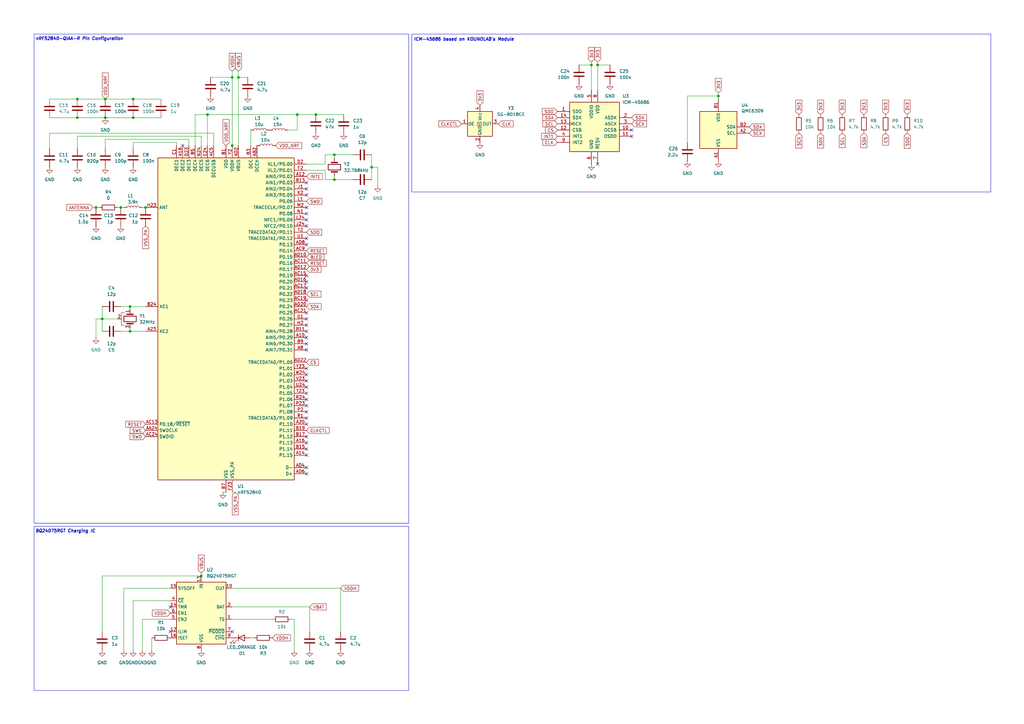
<source format=kicad_sch>
(kicad_sch (version 20250114) (generator "eeschema") (generator_version "9.0")
  (paper "A3")
  (lib_symbols
    (symbol "Battery_Management:BQ24075RGT"
      (property "Reference" "U" (at -8.89 13.97 0))
      (property "Value" "BQ24075RGT" (at 16.51 13.97 0))
      (symbol "BQ24075RGT_0_1"
        (rectangle (start -10.16 12.7) (end 10.16 -12.7) (stroke (width 0.254)) (fill (type background)))
      )
      (symbol "BQ24075RGT_1_1"
        (pin input line (at -12.7 10.16 0) (length 2.54) (name "SYSOFF") (number "15"))
        (pin input line (at -12.7 5.08 0) (length 2.54) (name "~{CE}") (number "4"))
        (pin input line (at -12.7 2.54 0) (length 2.54) (name "TMR") (number "14"))
        (pin input line (at -12.7 0 0) (length 2.54) (name "EN1") (number "6"))
        (pin input line (at -12.7 -2.54 0) (length 2.54) (name "EN2") (number "5"))
        (pin passive line (at -12.7 -7.62 0) (length 2.54) (name "ILIM") (number "12"))
        (pin passive line (at -12.7 -10.16 0) (length 2.54) (name "ISET") (number "16"))
        (pin power_in line (at 0 15.24 270) (length 2.54) (name "IN") (number "13"))
        (pin passive line (at 0 -15.24 90) (length 2.54) (hide yes) (name "VSS") (number "17"))
        (pin power_in line (at 0 -15.24 90) (length 2.54) (name "VSS") (number "8"))
        (pin power_out line (at 12.7 10.16 180) (length 2.54) (name "OUT") (number "10"))
        (pin passive line (at 12.7 10.16 180) (length 2.54) (hide yes) (name "OUT") (number "11"))
        (pin power_out line (at 12.7 2.54 180) (length 2.54) (name "BAT") (number "2"))
        (pin passive line (at 12.7 2.54 180) (length 2.54) (hide yes) (name "BAT") (number "3"))
        (pin passive line (at 12.7 -2.54 180) (length 2.54) (name "TS") (number "1"))
        (pin open_collector line (at 12.7 -7.62 180) (length 2.54) (name "~{PGOOD}") (number "7"))
        (pin open_collector line (at 12.7 -10.16 180) (length 2.54) (name "~{CHG}") (number "9"))
      )
    )
    (symbol "Device:C" (pin_numbers (hide yes)) (pin_names (offset 0.254))
      (property "Reference" "C" (at 0.635 2.54 0))
      (property "Value" "C" (at 0.635 -2.54 0))
      (symbol "C_0_1"
        (polyline (pts (xy -2.032 0.762) (xy 2.032 0.762)) (stroke (width 0.508)))
        (polyline (pts (xy -2.032 -0.762) (xy 2.032 -0.762)) (stroke (width 0.508)))
      )
      (symbol "C_1_1"
        (pin passive line (at 0 3.81 270) (length 2.794) (name "~") (number "1"))
        (pin passive line (at 0 -3.81 90) (length 2.794) (name "~") (number "2"))
      )
    )
    (symbol "Device:Crystal" (pin_numbers (hide yes)) (pin_names (offset 1.016) (hide yes))
      (property "Reference" "Y" (at 0 3.81 0))
      (property "Value" "Crystal" (at 0 -3.81 0))
      (symbol "Crystal_0_1"
        (polyline (pts (xy -2.54 0) (xy -1.905 0)))
        (polyline (pts (xy -1.905 -1.27) (xy -1.905 1.27)) (stroke (width 0.508)))
        (rectangle (start -1.143 2.54) (end 1.143 -2.54) (stroke (width 0.3048)))
        (polyline (pts (xy 1.905 -1.27) (xy 1.905 1.27)) (stroke (width 0.508)))
        (polyline (pts (xy 2.54 0) (xy 1.905 0)))
      )
      (symbol "Crystal_1_1"
        (pin passive line (at -3.81 0 0) (length 1.27) (name "1") (number "1"))
        (pin passive line (at 3.81 0 180) (length 1.27) (name "2") (number "2"))
      )
    )
    (symbol "Device:Crystal_GND2" (pin_names (offset 1.016) (hide yes))
      (property "Reference" "Y" (at 0 5.715 0))
      (property "Value" "Crystal_GND2" (at 0 3.81 0))
      (symbol "Crystal_GND2_0_1"
        (polyline (pts (xy -2.54 0) (xy -1.905 0)))
        (polyline (pts (xy -2.54 -2.286) (xy -2.54 -3.556) (xy 2.54 -3.556) (xy 2.54 -2.286)))
        (polyline (pts (xy -1.905 -1.27) (xy -1.905 1.27)) (stroke (width 0.508)))
        (rectangle (start -1.143 2.54) (end 1.143 -2.54) (stroke (width 0.3048)))
        (polyline (pts (xy 0 -3.81) (xy 0 -3.556)))
        (polyline (pts (xy 1.905 1.27) (xy 1.905 -1.27)) (stroke (width 0.508)))
        (polyline (pts (xy 1.905 0) (xy 2.54 0)))
      )
      (symbol "Crystal_GND2_1_1"
        (pin passive line (at -3.81 0 0) (length 1.27) (name "1") (number "1"))
        (pin passive line (at 0 -5.08 90) (length 1.27) (name "2") (number "2"))
        (pin passive line (at 3.81 0 180) (length 1.27) (name "3") (number "3"))
      )
    )
    (symbol "Device:L" (pin_numbers (hide yes)) (pin_names (offset 1.016) (hide yes))
      (property "Reference" "L" (at -1.27 0 90))
      (property "Value" "L" (at 1.905 0 90))
      (symbol "L_0_1"
        (arc (start 0 2.54) (mid 0.6323 1.905) (end 0 1.27))
        (arc (start 0 1.27) (mid 0.6323 0.635) (end 0 0))
        (arc (start 0 0) (mid 0.6323 -0.635) (end 0 -1.27))
        (arc (start 0 -1.27) (mid 0.6323 -1.905) (end 0 -2.54))
      )
      (symbol "L_1_1"
        (pin passive line (at 0 3.81 270) (length 1.27) (name "1") (number "1"))
        (pin passive line (at 0 -3.81 90) (length 1.27) (name "2") (number "2"))
      )
    )
    (symbol "Device:LED" (pin_numbers (hide yes)) (pin_names (offset 1.016) (hide yes))
      (property "Reference" "D" (at 0 2.54 0))
      (property "Value" "LED" (at 0 -2.54 0))
      (symbol "LED_0_1"
        (polyline (pts (xy -3.048 -0.762) (xy -4.572 -2.286) (xy -3.81 -2.286) (xy -4.572 -2.286) (xy -4.572 -1.524)))
        (polyline (pts (xy -1.778 -0.762) (xy -3.302 -2.286) (xy -2.54 -2.286) (xy -3.302 -2.286) (xy -3.302 -1.524)))
        (polyline (pts (xy -1.27 0) (xy 1.27 0)))
        (polyline (pts (xy -1.27 -1.27) (xy -1.27 1.27)) (stroke (width 0.254)))
        (polyline (pts (xy 1.27 -1.27) (xy 1.27 1.27) (xy -1.27 0) (xy 1.27 -1.27)) (stroke (width 0.254)))
      )
      (symbol "LED_1_1"
        (pin passive line (at -3.81 0 0) (length 2.54) (name "K") (number "1"))
        (pin passive line (at 3.81 0 180) (length 2.54) (name "A") (number "2"))
      )
    )
    (symbol "Device:R" (pin_numbers (hide yes)) (pin_names (offset 0))
      (property "Reference" "R" (at 2.032 0 90))
      (property "Value" "R" (at 0 0 90))
      (symbol "R_0_1"
        (rectangle (start -1.016 -2.54) (end 1.016 2.54) (stroke (width 0.254)))
      )
      (symbol "R_1_1"
        (pin passive line (at 0 3.81 270) (length 1.27) (name "~") (number "1"))
        (pin passive line (at 0 -3.81 90) (length 1.27) (name "~") (number "2"))
      )
    )
    (symbol "ICM-45686:ICM-45686" (pin_names (offset 1.016))
      (property "Reference" "U" (at 11.176 12.192 0))
      (property "Value" "ICM-45686" (at 11.176 10.668 0))
      (symbol "ICM-45686_0_0"
        (rectangle (start -10.16 10.16) (end 10.16 -10.16) (stroke (width 0.254)) (fill (type background)))
        (pin power_in line (at -1.27 15.24 270) (length 5.08) (name "VDDIO") (number "5"))
        (pin power_in line (at -1.27 -15.24 90) (length 5.08) (name "GND") (number "6"))
        (pin power_in line (at 1.27 15.24 270) (length 5.08) (name "VDD") (number "8"))
        (pin passive line (at 1.27 -15.24 90) (length 5.08) (name "RESV") (number "7"))
      )
      (symbol "ICM-45686_1_0"
        (pin bidirectional line (at -15.24 6.35 0) (length 5.08) (name "SDO") (number "1"))
        (pin bidirectional line (at -15.24 3.81 0) (length 5.08) (name "SDX") (number "14"))
        (pin input clock (at -15.24 1.27 0) (length 5.08) (name "SCX") (number "13"))
        (pin input line (at -15.24 -1.27 0) (length 5.08) (name "CSB") (number "12"))
        (pin output line (at -15.24 -3.81 0) (length 5.08) (name "INT1") (number "4"))
        (pin bidirectional line (at -15.24 -6.35 0) (length 5.08) (name "INT2") (number "9"))
        (pin bidirectional line (at 15.24 3.81 180) (length 5.08) (name "ASDX") (number "2"))
        (pin bidirectional line (at 15.24 1.27 180) (length 5.08) (name "ASCX") (number "3"))
        (pin input line (at 15.24 -1.27 180) (length 5.08) (name "OCSB") (number "10"))
        (pin output line (at 15.24 -3.81 180) (length 5.08) (name "OSDO") (number "11"))
      )
    )
    (symbol "MCU_Nordic:nRF52840"
      (property "Reference" "U" (at 0 5.08 0))
      (property "Value" "nRF52840" (at 0 2.54 0))
      (symbol "nRF52840_0_1"
        (rectangle (start -27.94 66.04) (end 27.94 -66.04) (stroke (width 0.254)) (fill (type background)))
      )
      (symbol "nRF52840_1_1"
        (pin passive line (at -33.02 45.72 0) (length 5.08) (name "ANT") (number "H23"))
        (pin input line (at -33.02 5.08 0) (length 5.08) (name "XC1") (number "B24"))
        (pin input line (at -33.02 -5.08 0) (length 5.08) (name "XC2") (number "A23"))
        (pin bidirectional line (at -33.02 -43.18 0) (length 5.08) (name "P0.18/~{RESET}") (number "AC13"))
        (pin input line (at -33.02 -45.72 0) (length 5.08) (name "SWDCLK") (number "AA24"))
        (pin bidirectional line (at -33.02 -48.26 0) (length 5.08) (name "SWDIO") (number "AC24"))
        (pin passive line (at -20.32 71.12 270) (length 5.08) (name "DEC1") (number "C1"))
        (pin passive line (at -17.78 71.12 270) (length 5.08) (name "DEC2") (number "A18"))
        (pin passive line (at -15.24 71.12 270) (length 5.08) (name "DEC3") (number "D23"))
        (pin passive line (at -12.7 71.12 270) (length 5.08) (name "DEC4") (number "B5"))
        (pin passive line (at -10.16 71.12 270) (length 5.08) (name "DEC5") (number "N24"))
        (pin passive line (at -7.62 71.12 270) (length 5.08) (name "DEC6") (number "E24"))
        (pin passive line (at -5.08 71.12 270) (length 5.08) (name "DECUSB") (number "AC5"))
        (pin passive line (at 0 71.12 270) (length 5.08) (hide yes) (name "VDD") (number "A22"))
        (pin passive line (at 0 71.12 270) (length 5.08) (hide yes) (name "VDD") (number "AD14"))
        (pin passive line (at 0 71.12 270) (length 5.08) (hide yes) (name "VDD") (number "AD23"))
        (pin power_in line (at 0 71.12 270) (length 5.08) (name "VDD") (number "B1"))
        (pin passive line (at 0 71.12 270) (length 5.08) (hide yes) (name "VDD") (number "W1"))
        (pin power_in line (at 0 -71.12 90) (length 5.08) (name "VSS") (number "B7"))
        (pin passive line (at 0 -71.12 90) (length 5.08) (hide yes) (name "VSS") (number "EP"))
        (pin power_in line (at 2.54 71.12 270) (length 5.08) (name "VDDH") (number "Y2"))
        (pin power_in line (at 2.54 -71.12 90) (length 5.08) (name "VSS_PA") (number "F23"))
        (pin power_in line (at 5.08 71.12 270) (length 5.08) (name "VBUS") (number "AD2"))
        (pin power_out line (at 10.16 71.12 270) (length 5.08) (name "DCC") (number "B3"))
        (pin power_out line (at 12.7 71.12 270) (length 5.08) (name "DCCH") (number "AB2"))
        (pin bidirectional line (at 33.02 63.5 180) (length 5.08) (name "XL1/P0.00") (number "D2"))
        (pin bidirectional line (at 33.02 60.96 180) (length 5.08) (name "XL2/P0.01") (number "F2"))
        (pin bidirectional line (at 33.02 58.42 180) (length 5.08) (name "AIN0/P0.02") (number "A12"))
        (pin bidirectional line (at 33.02 55.88 180) (length 5.08) (name "AIN1/P0.03") (number "B13"))
        (pin bidirectional line (at 33.02 53.34 180) (length 5.08) (name "AIN2/P0.04") (number "J1"))
        (pin bidirectional line (at 33.02 50.8 180) (length 5.08) (name "AIN3/P0.05") (number "K2"))
        (pin bidirectional line (at 33.02 48.26 180) (length 5.08) (name "P0.06") (number "L1"))
        (pin bidirectional line (at 33.02 45.72 180) (length 5.08) (name "TRACECLK/P0.07") (number "M2"))
        (pin bidirectional line (at 33.02 43.18 180) (length 5.08) (name "P0.08") (number "N1"))
        (pin bidirectional line (at 33.02 40.64 180) (length 5.08) (name "NFC1/P0.09") (number "L24"))
        (pin bidirectional line (at 33.02 38.1 180) (length 5.08) (name "NFC2/P0.10") (number "J24"))
        (pin bidirectional line (at 33.02 35.56 180) (length 5.08) (name "TRACEDATA2/P0.11") (number "T2"))
        (pin bidirectional line (at 33.02 33.02 180) (length 5.08) (name "TRACEDATA1/P0.12") (number "U1"))
        (pin bidirectional line (at 33.02 30.48 180) (length 5.08) (name "P0.13") (number "AD8"))
        (pin bidirectional line (at 33.02 27.94 180) (length 5.08) (name "P0.14") (number "AC9"))
        (pin bidirectional line (at 33.02 25.4 180) (length 5.08) (name "P0.15") (number "AD10"))
        (pin bidirectional line (at 33.02 22.86 180) (length 5.08) (name "P0.16") (number "AC11"))
        (pin bidirectional line (at 33.02 20.32 180) (length 5.08) (name "P0.17") (number "AD12"))
        (pin bidirectional line (at 33.02 17.78 180) (length 5.08) (name "P0.19") (number "AC15"))
        (pin bidirectional line (at 33.02 15.24 180) (length 5.08) (name "P0.20") (number "AD16"))
        (pin bidirectional line (at 33.02 12.7 180) (length 5.08) (name "P0.21") (number "AC17"))
        (pin bidirectional line (at 33.02 10.16 180) (length 5.08) (name "P0.22") (number "AD18"))
        (pin bidirectional line (at 33.02 7.62 180) (length 5.08) (name "P0.23") (number "AC19"))
        (pin bidirectional line (at 33.02 5.08 180) (length 5.08) (name "P0.24") (number "AD20"))
        (pin bidirectional line (at 33.02 2.54 180) (length 5.08) (name "P0.25") (number "AC21"))
        (pin bidirectional line (at 33.02 0 180) (length 5.08) (name "P0.26") (number "G1"))
        (pin bidirectional line (at 33.02 -2.54 180) (length 5.08) (name "P0.27") (number "H2"))
        (pin bidirectional line (at 33.02 -5.08 180) (length 5.08) (name "AIN4/P0.28") (number "B11"))
        (pin bidirectional line (at 33.02 -7.62 180) (length 5.08) (name "AIN5/P0.29") (number "A10"))
        (pin bidirectional line (at 33.02 -10.16 180) (length 5.08) (name "AIN6/P0.30") (number "B9"))
        (pin bidirectional line (at 33.02 -12.7 180) (length 5.08) (name "AIN7/P0.31") (number "A8"))
        (pin bidirectional line (at 33.02 -17.78 180) (length 5.08) (name "TRACEDATA0/P1.00") (number "AD22"))
        (pin bidirectional line (at 33.02 -20.32 180) (length 5.08) (name "P1.01") (number "Y23"))
        (pin bidirectional line (at 33.02 -22.86 180) (length 5.08) (name "P1.02") (number "W24"))
        (pin bidirectional line (at 33.02 -25.4 180) (length 5.08) (name "P1.03") (number "V23"))
        (pin bidirectional line (at 33.02 -27.94 180) (length 5.08) (name "P1.04") (number "U24"))
        (pin bidirectional line (at 33.02 -30.48 180) (length 5.08) (name "P1.05") (number "T23"))
        (pin bidirectional line (at 33.02 -33.02 180) (length 5.08) (name "P1.06") (number "R24"))
        (pin bidirectional line (at 33.02 -35.56 180) (length 5.08) (name "P1.07") (number "P23"))
        (pin bidirectional line (at 33.02 -38.1 180) (length 5.08) (name "P1.08") (number "P2"))
        (pin bidirectional line (at 33.02 -40.64 180) (length 5.08) (name "TRACEDATA3/P1.09") (number "R1"))
        (pin bidirectional line (at 33.02 -43.18 180) (length 5.08) (name "P1.10") (number "A20"))
        (pin bidirectional line (at 33.02 -45.72 180) (length 5.08) (name "P1.11") (number "B19"))
        (pin bidirectional line (at 33.02 -48.26 180) (length 5.08) (name "P1.12") (number "B17"))
        (pin bidirectional line (at 33.02 -50.8 180) (length 5.08) (name "P1.13") (number "A16"))
        (pin bidirectional line (at 33.02 -53.34 180) (length 5.08) (name "P1.14") (number "B15"))
        (pin bidirectional line (at 33.02 -55.88 180) (length 5.08) (name "P1.15") (number "A14"))
        (pin bidirectional line (at 33.02 -60.96 180) (length 5.08) (name "D-") (number "AD4"))
        (pin bidirectional line (at 33.02 -63.5 180) (length 5.08) (name "D+") (number "AD6"))
      )
    )
    (symbol "Oscillator:SG-8002CE" (pin_names (offset 0.254))
      (property "Reference" "Y" (at -5.08 6.35 0))
      (property "Value" "SG-8002CE" (at 1.27 -6.35 0))
      (symbol "SG-8002CE_0_1"
        (rectangle (start -5.08 5.08) (end 5.08 -5.08) (stroke (width 0.254)) (fill (type background)))
        (polyline (pts (xy -1.27 -0.762) (xy -1.016 -0.762) (xy -1.016 0.762) (xy -0.508 0.762) (xy -0.508 -0.762) (xy 0 -0.762) (xy 0 0.762) (xy 0.508 0.762) (xy 0.508 -0.762) (xy 0.762 -0.762)))
      )
      (symbol "SG-8002CE_1_1"
        (pin input line (at -7.62 0 0) (length 2.54) (name "OE") (number "1"))
        (pin power_in line (at 0 7.62 270) (length 2.54) (name "Vcc") (number "4"))
        (pin power_in line (at 0 -7.62 90) (length 2.54) (name "GND") (number "2"))
        (pin output line (at 7.62 0 180) (length 2.54) (name "OUT") (number "3"))
      )
    )
    (symbol "QMC6309:QMC6309"
      (property "Reference" "U" (at 9.906 11.176 0))
      (property "Value" "QMC6309" (at 13.716 8.89 0))
      (symbol "QMC6309_0_1"
        (rectangle (start -7.62 7.62) (end 7.62 -7.62) (stroke (width 0.254)) (fill (type background)))
      )
      (symbol "QMC6309_1_0"
        (pin input line (at 0 12.7 270) (length 5.08) (name "VDD") (number "B1"))
        (pin input line (at 0 -12.7 90) (length 5.08) (name "VSS") (number "A1"))
        (pin input line (at 12.7 1.27 180) (length 5.08) (name "SDA") (number "B2"))
        (pin input line (at 12.7 -1.27 180) (length 5.08) (name "SCL") (number "A2"))
      )
    )
    (symbol "power:GND" (power) (pin_numbers (hide yes)) (pin_names (offset 0) (hide yes))
      (property "Value" "GND" (at 0 -3.81 0))
      (symbol "GND_0_1"
        (polyline (pts (xy 0 0) (xy 0 -1.27) (xy 1.27 -1.27) (xy 0 -2.54) (xy -1.27 -1.27) (xy 0 -1.27)))
      )
      (symbol "GND_1_1"
        (pin power_in line (at 0 0 270) (length 0) (name "~") (number "1"))
      )
    )
  )
  (rectangle (start 13.97 13.97) (end 167.64 214.63))
  (rectangle (start 13.97 215.9) (end 167.64 283.21))
  (rectangle (start 168.91 13.97) (end 406.4 78.74))
  (text "nRF52840-QIAA-R Pin Configuration" (at 14.478 16.002 0) (effects (font (size 1.27 1.27) (thickness 0.254) (bold yes) (italic yes)) (justify left)))
  (text "ICM-45686 based on KOUNOLAB's Module" (at 169.672 16.256 0) (effects (font (size 1.27 1.27) (thickness 0.254) (bold yes) (italic yes)) (justify left)))
  (text "BQ24075RGT Charging IC" (at 14.478 217.932 0) (effects (font (size 1.27 1.27) (thickness 0.254) (bold yes) (italic yes)) (justify left)))
  (junction (at 294.64 39.37))
  (junction (at 59.69 85.09))
  (junction (at 129.54 46.99))
  (junction (at 41.91 130.81))
  (junction (at 242.57 26.67))
  (junction (at 39.37 85.09))
  (junction (at 43.18 48.26))
  (junction (at 121.92 46.99))
  (junction (at 53.34 125.73))
  (junction (at 95.25 59.69))
  (junction (at 54.61 48.26))
  (junction (at 43.18 40.64))
  (junction (at 54.61 40.64))
  (junction (at 245.11 26.67))
  (junction (at 53.34 135.89))
  (junction (at 137.16 63.5))
  (junction (at 85.09 46.99))
  (junction (at 31.75 40.64))
  (junction (at 152.4 68.58))
  (junction (at 31.75 48.26))
  (junction (at 49.53 85.09))
  (junction (at 137.16 73.66))
  (junction (at 82.55 236.22))
  (junction (at 95.25 31.75))
  (junction (at 97.79 31.75))
  (no_connect (at 125.73 135.89))
  (no_connect (at 125.73 138.43))
  (no_connect (at 74.93 59.69))
  (no_connect (at 125.73 194.31))
  (no_connect (at 125.73 166.37))
  (no_connect (at 259.08 53.34))
  (no_connect (at 69.85 248.92))
  (no_connect (at 125.73 74.93))
  (no_connect (at 259.08 55.88))
  (no_connect (at 125.73 113.03))
  (no_connect (at 125.73 153.67))
  (no_connect (at 125.73 123.19))
  (no_connect (at 125.73 100.33))
  (no_connect (at 125.73 143.51))
  (no_connect (at 125.73 191.77))
  (no_connect (at 69.85 259.08))
  (no_connect (at 125.73 77.47))
  (no_connect (at 125.73 115.57))
  (no_connect (at 125.73 168.91))
  (no_connect (at 125.73 184.15))
  (no_connect (at 125.73 90.17))
  (no_connect (at 125.73 158.75))
  (no_connect (at 125.73 92.71))
  (no_connect (at 125.73 156.21))
  (no_connect (at 125.73 140.97))
  (no_connect (at 125.73 87.63))
  (no_connect (at 125.73 97.79))
  (no_connect (at 125.73 163.83))
  (no_connect (at 125.73 151.13))
  (no_connect (at 95.25 259.08))
  (no_connect (at 125.73 186.69))
  (no_connect (at 125.73 173.99))
  (no_connect (at 125.73 181.61))
  (no_connect (at 125.73 133.35))
  (no_connect (at 125.73 85.09))
  (no_connect (at 245.11 67.31))
  (no_connect (at 125.73 179.07))
  (no_connect (at 125.73 80.01))
  (no_connect (at 125.73 118.11))
  (no_connect (at 125.73 171.45))
  (no_connect (at 125.73 130.81))
  (no_connect (at 125.73 128.27))
  (no_connect (at 125.73 161.29))
  (wire (pts (xy 137.16 63.5) (xy 144.78 63.5)))
  (wire (pts (xy 31.75 40.64) (xy 43.18 40.64)))
  (wire (pts (xy 58.42 254) (xy 69.85 254)))
  (wire (pts (xy 137.16 73.66) (xy 137.16 72.39)))
  (wire (pts (xy 281.94 39.37) (xy 294.64 39.37)))
  (wire (pts (xy 154.94 68.58) (xy 154.94 76.2)))
  (wire (pts (xy 120.65 254) (xy 119.38 254)))
  (wire (pts (xy 62.23 266.7) (xy 62.23 261.62)))
  (wire (pts (xy 121.92 46.99) (xy 129.54 46.99)))
  (wire (pts (xy 53.34 135.89) (xy 59.69 135.89)))
  (wire (pts (xy 77.47 57.15) (xy 43.18 57.15)))
  (wire (pts (xy 53.34 125.73) (xy 59.69 125.73)))
  (wire (pts (xy 137.16 73.66) (xy 144.78 73.66)))
  (wire (pts (xy 125.73 69.85) (xy 133.35 69.85)))
  (wire (pts (xy 58.42 85.09) (xy 59.69 85.09)))
  (wire (pts (xy 49.53 135.89) (xy 53.34 135.89)))
  (wire (pts (xy 54.61 48.26) (xy 66.04 48.26)))
  (wire (pts (xy 54.61 40.64) (xy 66.04 40.64)))
  (wire (pts (xy 95.25 63.5) (xy 95.25 59.69)))
  (wire (pts (xy 95.25 29.21) (xy 95.25 31.75)))
  (wire (pts (xy 53.34 134.62) (xy 53.34 135.89)))
  (wire (pts (xy 139.7 241.3) (xy 95.25 241.3)))
  (wire (pts (xy 85.09 46.99) (xy 121.92 46.99)))
  (wire (pts (xy 245.11 26.67) (xy 250.19 26.67)))
  (wire (pts (xy 125.73 67.31) (xy 133.35 67.31)))
  (wire (pts (xy 43.18 40.64) (xy 54.61 40.64)))
  (wire (pts (xy 43.18 57.15) (xy 43.18 60.96)))
  (wire (pts (xy 120.65 266.7) (xy 120.65 254)))
  (wire (pts (xy 294.64 39.37) (xy 294.64 40.64)))
  (wire (pts (xy 152.4 68.58) (xy 154.94 68.58)))
  (wire (pts (xy 102.87 53.34) (xy 102.87 59.69)))
  (wire (pts (xy 48.26 85.09) (xy 49.53 85.09)))
  (wire (pts (xy 39.37 130.81) (xy 39.37 138.43)))
  (wire (pts (xy 80.01 46.99) (xy 85.09 46.99)))
  (wire (pts (xy 53.34 127) (xy 53.34 125.73)))
  (wire (pts (xy 58.42 266.7) (xy 58.42 254)))
  (wire (pts (xy 139.7 259.08) (xy 139.7 241.3)))
  (wire (pts (xy 85.09 46.99) (xy 85.09 59.69)))
  (wire (pts (xy 49.53 125.73) (xy 53.34 125.73)))
  (wire (pts (xy 72.39 58.42) (xy 72.39 59.69)))
  (wire (pts (xy 38.1 85.09) (xy 39.37 85.09)))
  (wire (pts (xy 20.32 54.61) (xy 20.32 60.96)))
  (wire (pts (xy 104.14 261.62) (xy 102.87 261.62)))
  (wire (pts (xy 242.57 25.4) (xy 242.57 26.67)))
  (wire (pts (xy 97.79 31.75) (xy 101.6 31.75)))
  (wire (pts (xy 121.92 46.99) (xy 121.92 53.34)))
  (wire (pts (xy 41.91 259.08) (xy 41.91 236.22)))
  (wire (pts (xy 133.35 69.85) (xy 133.35 73.66)))
  (wire (pts (xy 50.8 241.3) (xy 69.85 241.3)))
  (wire (pts (xy 242.57 26.67) (xy 242.57 36.83)))
  (wire (pts (xy 20.32 40.64) (xy 31.75 40.64)))
  (wire (pts (xy 245.11 25.4) (xy 245.11 26.67)))
  (wire (pts (xy 87.63 59.69) (xy 87.63 54.61)))
  (wire (pts (xy 96.52 201.93) (xy 95.25 201.93)))
  (wire (pts (xy 137.16 63.5) (xy 137.16 64.77)))
  (wire (pts (xy 97.79 29.21) (xy 97.79 31.75)))
  (wire (pts (xy 237.49 26.67) (xy 242.57 26.67)))
  (wire (pts (xy 54.61 246.38) (xy 69.85 246.38)))
  (wire (pts (xy 41.91 130.81) (xy 39.37 130.81)))
  (wire (pts (xy 86.36 31.75) (xy 95.25 31.75)))
  (wire (pts (xy 87.63 54.61) (xy 20.32 54.61)))
  (wire (pts (xy 152.4 68.58) (xy 152.4 73.66)))
  (wire (pts (xy 31.75 55.88) (xy 82.55 55.88)))
  (wire (pts (xy 49.53 85.09) (xy 50.8 85.09)))
  (wire (pts (xy 245.11 26.67) (xy 245.11 36.83)))
  (wire (pts (xy 20.32 48.26) (xy 31.75 48.26)))
  (wire (pts (xy 95.25 248.92) (xy 127 248.92)))
  (wire (pts (xy 82.55 234.95) (xy 82.55 236.22)))
  (wire (pts (xy 41.91 130.81) (xy 41.91 135.89)))
  (wire (pts (xy 152.4 63.5) (xy 152.4 68.58)))
  (wire (pts (xy 82.55 55.88) (xy 82.55 59.69)))
  (wire (pts (xy 39.37 85.09) (xy 40.64 85.09)))
  (wire (pts (xy 41.91 236.22) (xy 82.55 236.22)))
  (wire (pts (xy 54.61 58.42) (xy 72.39 58.42)))
  (wire (pts (xy 54.61 60.96) (xy 54.61 58.42)))
  (wire (pts (xy 111.76 254) (xy 95.25 254)))
  (wire (pts (xy 54.61 266.7) (xy 54.61 246.38)))
  (wire (pts (xy 294.64 38.1) (xy 294.64 39.37)))
  (wire (pts (xy 31.75 60.96) (xy 31.75 55.88)))
  (wire (pts (xy 95.25 31.75) (xy 95.25 59.69)))
  (wire (pts (xy 43.18 48.26) (xy 54.61 48.26)))
  (wire (pts (xy 41.91 130.81) (xy 48.26 130.81)))
  (wire (pts (xy 133.35 67.31) (xy 133.35 63.5)))
  (wire (pts (xy 133.35 73.66) (xy 137.16 73.66)))
  (wire (pts (xy 77.47 59.69) (xy 77.47 57.15)))
  (wire (pts (xy 133.35 63.5) (xy 137.16 63.5)))
  (wire (pts (xy 91.44 201.93) (xy 92.71 201.93)))
  (wire (pts (xy 127 259.08) (xy 127 248.92)))
  (wire (pts (xy 97.79 31.75) (xy 97.79 59.69)))
  (wire (pts (xy 118.11 53.34) (xy 121.92 53.34)))
  (wire (pts (xy 80.01 59.69) (xy 80.01 46.99)))
  (wire (pts (xy 129.54 46.99) (xy 140.97 46.99)))
  (wire (pts (xy 41.91 125.73) (xy 41.91 130.81)))
  (wire (pts (xy 50.8 266.7) (xy 50.8 241.3)))
  (wire (pts (xy 281.94 58.42) (xy 281.94 39.37)))
  (wire (pts (xy 31.75 48.26) (xy 43.18 48.26)))
  (global_label "3V3" (shape input) (at 363.22 46.99 90) (property "Intersheetrefs" "${INTERSHEET_REFS}" (effects (hide yes))))
  (global_label "SDA" (shape input) (at 228.6 48.26 180) (property "Intersheetrefs" "${INTERSHEET_REFS}" (effects (hide yes))))
  (global_label "SDO" (shape input) (at 228.6 45.72 180) (property "Intersheetrefs" "${INTERSHEET_REFS}" (effects (hide yes))))
  (global_label "SDX" (shape input) (at 336.55 54.61 270) (effects (font (thickness 0.1588))) (property "Intersheetrefs" "${INTERSHEET_REFS}" (effects (hide yes))))
  (global_label "BLED" (shape input) (at 125.73 105.41 0) (effects (font (thickness 0.1588))) (property "Intersheetrefs" "${INTERSHEET_REFS}" (effects (hide yes))))
  (global_label "SDX" (shape input) (at 307.34 52.07 0) (effects (font (thickness 0.1588))) (property "Intersheetrefs" "${INTERSHEET_REFS}" (effects (hide yes))))
  (global_label "CLKCTL" (shape input) (at 189.23 50.8 180) (effects (font (thickness 0.1588))) (property "Intersheetrefs" "${INTERSHEET_REFS}" (effects (hide yes))))
  (global_label "RESET" (shape input) (at 59.69 173.99 180) (property "Intersheetrefs" "${INTERSHEET_REFS}" (effects (hide yes))))
  (global_label "CS" (shape input) (at 228.6 53.34 180) (property "Intersheetrefs" "${INTERSHEET_REFS}" (effects (hide yes))))
  (global_label "VDD_NRF" (shape input) (at 113.03 59.69 0) (property "Intersheetrefs" "${INTERSHEET_REFS}" (effects (hide yes))))
  (global_label "3V3" (shape input) (at 372.11 46.99 90) (property "Intersheetrefs" "${INTERSHEET_REFS}" (effects (hide yes))))
  (global_label "SWD" (shape input) (at 59.69 179.07 180) (property "Intersheetrefs" "${INTERSHEET_REFS}" (effects (hide yes))))
  (global_label "3V3" (shape input) (at 354.33 46.99 90) (property "Intersheetrefs" "${INTERSHEET_REFS}" (effects (hide yes))))
  (global_label "3V3" (shape input) (at 345.44 46.99 90) (property "Intersheetrefs" "${INTERSHEET_REFS}" (effects (hide yes))))
  (global_label "CLK" (shape input) (at 228.6 58.42 180) (property "Intersheetrefs" "${INTERSHEET_REFS}" (effects (hide yes))))
  (global_label "SCX" (shape input) (at 259.08 50.8 0) (effects (font (thickness 0.1588))) (property "Intersheetrefs" "${INTERSHEET_REFS}" (effects (hide yes))))
  (global_label "SCL" (shape input) (at 345.44 54.61 270) (property "Intersheetrefs" "${INTERSHEET_REFS}" (effects (hide yes))))
  (global_label "SCL" (shape input) (at 228.6 50.8 180) (property "Intersheetrefs" "${INTERSHEET_REFS}" (effects (hide yes))))
  (global_label "SDA" (shape input) (at 125.73 125.73 0) (property "Intersheetrefs" "${INTERSHEET_REFS}" (effects (hide yes))))
  (global_label "VBUS" (shape input) (at 82.55 234.95 90) (property "Intersheetrefs" "${INTERSHEET_REFS}" (effects (hide yes))))
  (global_label "SDX" (shape input) (at 259.08 48.26 0) (effects (font (thickness 0.1588))) (property "Intersheetrefs" "${INTERSHEET_REFS}" (effects (hide yes))))
  (global_label "INT1" (shape input) (at 228.6 55.88 180) (property "Intersheetrefs" "${INTERSHEET_REFS}" (effects (hide yes))))
  (global_label "SCX" (shape input) (at 327.66 54.61 270) (effects (font (thickness 0.1588))) (property "Intersheetrefs" "${INTERSHEET_REFS}" (effects (hide yes))))
  (global_label "SCX" (shape input) (at 307.34 54.61 0) (effects (font (thickness 0.1588))) (property "Intersheetrefs" "${INTERSHEET_REFS}" (effects (hide yes))))
  (global_label "VSS_PA" (shape input) (at 96.52 201.93 270) (property "Intersheetrefs" "${INTERSHEET_REFS}" (effects (hide yes))))
  (global_label "CLK" (shape input) (at 204.47 50.8 0) (property "Intersheetrefs" "${INTERSHEET_REFS}" (effects (hide yes))))
  (global_label "INT1" (shape input) (at 125.73 72.39 0) (property "Intersheetrefs" "${INTERSHEET_REFS}" (effects (hide yes))))
  (global_label "VDD_NRF" (shape input) (at 43.18 40.64 90) (property "Intersheetrefs" "${INTERSHEET_REFS}" (effects (hide yes))))
  (global_label "ANTENNA" (shape input) (at 38.1 85.09 180) (property "Intersheetrefs" "${INTERSHEET_REFS}" (effects (hide yes))))
  (global_label "SW0" (shape input) (at 125.73 82.55 0) (property "Intersheetrefs" "${INTERSHEET_REFS}" (effects (hide yes))))
  (global_label "RESET" (shape input) (at 125.73 102.87 0) (effects (font (thickness 0.1588))) (property "Intersheetrefs" "${INTERSHEET_REFS}" (effects (hide yes))))
  (global_label "VBUS" (shape input) (at 97.79 29.21 90) (property "Intersheetrefs" "${INTERSHEET_REFS}" (effects (hide yes))))
  (global_label "VDDH" (shape input) (at 139.7 241.3 0) (property "Intersheetrefs" "${INTERSHEET_REFS}" (effects (hide yes))))
  (global_label "SCL" (shape input) (at 125.73 120.65 0) (property "Intersheetrefs" "${INTERSHEET_REFS}" (effects (hide yes))))
  (global_label "VDDH" (shape input) (at 95.25 29.21 90) (property "Intersheetrefs" "${INTERSHEET_REFS}" (effects (hide yes))))
  (global_label "VDDH" (shape input) (at 69.85 251.46 180) (property "Intersheetrefs" "${INTERSHEET_REFS}" (effects (hide yes))))
  (global_label "3V3" (shape input) (at 294.64 38.1 90) (property "Intersheetrefs" "${INTERSHEET_REFS}" (effects (hide yes))))
  (global_label "3V3" (shape input) (at 336.55 46.99 90) (property "Intersheetrefs" "${INTERSHEET_REFS}" (effects (hide yes))))
  (global_label "VBAT" (shape input) (at 127 248.92 0) (property "Intersheetrefs" "${INTERSHEET_REFS}" (effects (hide yes))))
  (global_label "VSS_PA" (shape input) (at 59.69 92.71 270) (property "Intersheetrefs" "${INTERSHEET_REFS}" (effects (hide yes))))
  (global_label "SWC" (shape input) (at 59.69 176.53 180) (property "Intersheetrefs" "${INTERSHEET_REFS}" (effects (hide yes))))
  (global_label "SDA" (shape input) (at 354.33 54.61 270) (property "Intersheetrefs" "${INTERSHEET_REFS}" (effects (hide yes))))
  (global_label "3V3" (shape input) (at 242.57 25.4 90) (property "Intersheetrefs" "${INTERSHEET_REFS}" (effects (hide yes))))
  (global_label "VDD_NRF" (shape input) (at 92.71 59.69 90) (property "Intersheetrefs" "${INTERSHEET_REFS}" (effects (hide yes))))
  (global_label "3V3" (shape input) (at 327.66 46.99 90) (property "Intersheetrefs" "${INTERSHEET_REFS}" (effects (hide yes))))
  (global_label "CS" (shape input) (at 363.22 54.61 270) (property "Intersheetrefs" "${INTERSHEET_REFS}" (effects (hide yes))))
  (global_label "VDDH" (shape input) (at 111.76 261.62 0) (property "Intersheetrefs" "${INTERSHEET_REFS}" (effects (hide yes))))
  (global_label "SDO" (shape input) (at 125.73 95.25 0) (property "Intersheetrefs" "${INTERSHEET_REFS}" (effects (hide yes))))
  (global_label "RESET" (shape input) (at 125.73 107.95 0) (effects (font (thickness 0.1588))) (property "Intersheetrefs" "${INTERSHEET_REFS}" (effects (hide yes))))
  (global_label "CLKCTL" (shape input) (at 125.73 176.53 0) (property "Intersheetrefs" "${INTERSHEET_REFS}" (effects (hide yes))))
  (global_label "3V3" (shape input) (at 245.11 25.4 90) (property "Intersheetrefs" "${INTERSHEET_REFS}" (effects (hide yes))))
  (global_label "CS" (shape input) (at 125.73 148.59 0) (property "Intersheetrefs" "${INTERSHEET_REFS}" (effects (hide yes))))
  (global_label "SDO" (shape input) (at 372.11 54.61 270) (property "Intersheetrefs" "${INTERSHEET_REFS}" (effects (hide yes))))
  (global_label "3V3" (shape input) (at 196.85 43.18 90) (property "Intersheetrefs" "${INTERSHEET_REFS}" (effects (hide yes))))
  (global_label "3V3" (shape input) (at 125.73 110.49 0) (property "Intersheetrefs" "${INTERSHEET_REFS}" (effects (hide yes))))
  (symbol (lib_id "ICM-45686:ICM-45686") (at 243.84 52.07 0) (unit 1)
    (property "Reference" "U3" (at 255.27 39.37 0) (effects (justify left)))
    (property "Value" "ICM-45686" (at 255.27 41.91 0) (effects (justify left)))
    (property "Footprint" "ICM-45686:IC_ICM-45686" (effects (hide yes)))
    (property "MF" "TDK InvenSense" (effects (hide yes)))
    (property "MAXIMUM_PACKAGE_HEIGHT" "0.86mm" (effects (hide yes)))
    (property "Package" "Package" (effects (hide yes)))
    (property "Price" "None" (effects (hide yes)))
    (property "Check_prices" "https://www.snapeda.com/parts/ICM-45686/TDK/view-part/?ref=eda" (effects (hide yes)))
    (property "STANDARD" "Manufacturer Recommendations" (effects (hide yes)))
    (property "PARTREV" "0.2" (effects (hide yes)))
    (property "SnapEDA_Link" "https://www.snapeda.com/parts/ICM-45686/TDK/view-part/?ref=snap" (effects (hide yes)))
    (property "MP" "ICM-45686" (effects (hide yes)))
    (property "Description_1" "Accelerometer, Gyroscope, 6 Axis Sensor I2C, I3C, SPI Output" (effects (hide yes)))
    (property "Availability" "In Stock" (effects (hide yes)))
    (property "MANUFACTURER" "TDK InvenSense" (effects (hide yes)))
  )
  (symbol (lib_id "power:GND") (at 129.54 54.61 0) (unit 1)
    (property "Reference" "#PWR022" (effects (hide yes)))
    (property "Value" "GND" (at 129.54 59.69 0))
    (property "Description" "Power symbol creates a global label with name \"GND\" , ground" (effects (hide yes)))
  )
  (symbol (lib_id "Device:C") (at 140.97 50.8 0) (unit 1)
    (property "Reference" "C23" (at 144.78 49.5299 0) (effects (justify left)))
    (property "Value" "1u" (at 144.78 52.0699 0) (effects (justify left)))
    (property "Footprint" "Capacitor_SMD:C_0402_1005Metric" (effects (hide yes)))
    (property "Description" "Unpolarized capacitor" (effects (hide yes)))
  )
  (symbol (lib_id "Device:C") (at 54.61 64.77 0) (unit 1)
    (property "Reference" "C8" (at 58.42 63.4999 0) (effects (justify left)))
    (property "Value" "100n" (at 58.42 66.0399 0) (effects (justify left)))
    (property "Footprint" "Capacitor_SMD:C_0402_1005Metric" (effects (hide yes)))
    (property "Description" "Unpolarized capacitor" (effects (hide yes)))
  )
  (symbol (lib_id "Device:C") (at 20.32 64.77 0) (unit 1)
    (property "Reference" "C11" (at 24.13 63.4999 0) (effects (justify left)))
    (property "Value" "4.7u" (at 24.13 66.0399 0) (effects (justify left)))
    (property "Footprint" "Capacitor_SMD:C_0402_1005Metric" (effects (hide yes)))
    (property "Description" "Unpolarized capacitor" (effects (hide yes)))
  )
  (symbol (lib_id "Device:C") (at 43.18 64.77 0) (unit 1)
    (property "Reference" "C9" (at 46.99 63.4999 0) (effects (justify left)))
    (property "Value" "100p" (at 46.99 66.0399 0) (effects (justify left)))
    (property "Footprint" "Capacitor_SMD:C_0402_1005Metric" (effects (hide yes)))
    (property "Description" "Unpolarized capacitor" (effects (hide yes)))
  )
  (symbol (lib_id "power:GND") (at 196.85 58.42 0) (unit 1)
    (property "Reference" "#PWR024" (effects (hide yes)))
    (property "Value" "GND" (at 196.85 63.5 0))
    (property "Description" "Power symbol creates a global label with name \"GND\" , ground" (effects (hide yes)))
  )
  (symbol (lib_id "Device:C") (at 43.18 44.45 0) (unit 1)
    (property "Reference" "C17" (at 46.99 43.1799 0) (effects (justify left)))
    (property "Value" "100n" (at 46.99 45.7199 0) (effects (justify left)))
    (property "Footprint" "Capacitor_SMD:C_0402_1005Metric" (effects (hide yes)))
    (property "Description" "Unpolarized capacitor" (effects (hide yes)))
  )
  (symbol (lib_id "power:GND") (at 50.8 266.7 0) (unit 1)
    (property "Reference" "#PWR09" (effects (hide yes)))
    (property "Value" "GND" (at 50.8 271.78 0))
    (property "Description" "Power symbol creates a global label with name \"GND\" , ground" (effects (hide yes)))
  )
  (symbol (lib_id "power:GND") (at 250.19 34.29 0) (unit 1)
    (property "Reference" "#PWR027" (effects (hide yes)))
    (property "Value" "GND" (at 250.19 39.37 0))
    (property "Description" "Power symbol creates a global label with name \"GND\" , ground" (effects (hide yes)))
  )
  (symbol (lib_id "Device:C") (at 148.59 73.66 270) (unit 1)
    (property "Reference" "C7" (at 148.59 81.28 90))
    (property "Value" "12p" (at 148.59 78.74 90))
    (property "Footprint" "Capacitor_SMD:C_0402_1005Metric" (effects (hide yes)))
    (property "Description" "Unpolarized capacitor" (effects (hide yes)))
  )
  (symbol (lib_id "power:GND") (at 101.6 39.37 0) (unit 1)
    (property "Reference" "#PWR021" (effects (hide yes)))
    (property "Value" "GND" (at 101.6 44.45 0))
    (property "Description" "Power symbol creates a global label with name \"GND\" , ground" (effects (hide yes)))
  )
  (symbol (lib_id "Device:C") (at 139.7 262.89 0) (unit 1)
    (property "Reference" "C2" (at 143.51 261.6199 0) (effects (justify left)))
    (property "Value" "4.7u" (at 143.51 264.1599 0) (effects (justify left)))
    (property "Footprint" "Capacitor_SMD:C_0402_1005Metric" (effects (hide yes)))
    (property "Description" "Unpolarized capacitor" (effects (hide yes)))
  )
  (symbol (lib_id "MCU_Nordic:nRF52840") (at 92.71 130.81 0) (unit 1)
    (property "Reference" "U1" (at 97.3933 199.39 0) (effects (justify left)))
    (property "Value" "nRF52840" (at 97.3933 201.93 0) (effects (justify left)))
    (property "Footprint" "Package_DFN_QFN:Nordic_AQFN-73-1EP_7x7mm_P0.5mm" (effects (hide yes)))
    (property "Datasheet" "http://infocenter.nordicsemi.com/topic/com.nordic.infocenter.nrf52/dita/nrf52/chips/nrf52840.html" (effects (hide yes)))
    (property "Description" "Multiprotocol BLE/ANT/2.4 GHz/802.15.4 Cortex-M4F SoC, AQFN-73" (effects (hide yes)))
  )
  (symbol (lib_id "Device:LED") (at 99.06 261.62 0) (unit 1)
    (property "Reference" "D1" (at 99.314 267.97 0))
    (property "Value" "LED_ORANGE" (at 99.06 265.43 0))
    (property "Description" "Light emitting diode" (effects (hide yes)))
    (property "Sim.Pins" "1=K 2=A" (effects (hide yes)))
  )
  (symbol (lib_id "power:GND") (at 62.23 266.7 0) (unit 1)
    (property "Reference" "#PWR01" (effects (hide yes)))
    (property "Value" "GND" (at 62.23 271.78 0))
    (property "Description" "Power symbol creates a global label with name \"GND\" , ground" (effects (hide yes)))
  )
  (symbol (lib_id "Device:R") (at 115.57 254 90) (mirror x) (unit 1)
    (property "Reference" "R2" (at 115.57 250.952 90))
    (property "Value" "10k" (at 115.57 257.048 90))
    (property "Footprint" "Resistor_SMD:R_0402_1005Metric" (effects (hide yes)))
    (property "Description" "Resistor" (effects (hide yes)))
  )
  (symbol (lib_id "power:GND") (at 31.75 68.58 0) (unit 1)
    (property "Reference" "#PWR014" (effects (hide yes)))
    (property "Value" "GND" (at 31.75 73.66 0))
    (property "Description" "Power symbol creates a global label with name \"GND\" , ground" (effects (hide yes)))
  )
  (symbol (lib_id "power:GND") (at 281.94 66.04 0) (mirror y) (unit 1)
    (property "Reference" "#PWR028" (effects (hide yes)))
    (property "Value" "GND" (at 281.94 71.12 0))
    (property "Description" "Power symbol creates a global label with name \"GND\" , ground" (effects (hide yes)))
  )
  (symbol (lib_id "power:GND") (at 120.65 266.7 0) (unit 1)
    (property "Reference" "#PWR04" (effects (hide yes)))
    (property "Value" "GND" (at 120.65 271.78 0))
    (property "Description" "Power symbol creates a global label with name \"GND\" , ground" (effects (hide yes)))
  )
  (symbol (lib_id "Device:L") (at 114.3 53.34 90) (unit 1)
    (property "Reference" "L4" (at 112.014 48.514 90) (effects (justify right)))
    (property "Value" "15n" (at 112.014 51.054 90) (effects (justify right)))
    (property "Description" "Inductor" (effects (hide yes)))
  )
  (symbol (lib_id "power:GND") (at 82.55 266.7 0) (unit 1)
    (property "Reference" "#PWR02" (effects (hide yes)))
    (property "Value" "GND" (at 82.55 271.78 0))
    (property "Description" "Power symbol creates a global label with name \"GND\" , ground" (effects (hide yes)))
  )
  (symbol (lib_id "Device:C") (at 237.49 30.48 0) (mirror y) (unit 1)
    (property "Reference" "C24" (at 233.68 29.2099 0) (effects (justify left)))
    (property "Value" "100n" (at 233.68 31.7499 0) (effects (justify left)))
    (property "Footprint" "Capacitor_SMD:C_0402_1005Metric" (effects (hide yes)))
    (property "Description" "Unpolarized capacitor" (effects (hide yes)))
  )
  (symbol (lib_id "Device:C") (at 45.72 135.89 90) (mirror x) (unit 1)
    (property "Reference" "C5" (at 45.72 143.51 90))
    (property "Value" "12p" (at 45.72 140.97 90))
    (property "Footprint" "Capacitor_SMD:C_0402_1005Metric" (effects (hide yes)))
    (property "Description" "Unpolarized capacitor" (effects (hide yes)))
  )
  (symbol (lib_id "Device:C") (at 101.6 35.56 0) (unit 1)
    (property "Reference" "C21" (at 105.41 34.2899 0) (effects (justify left)))
    (property "Value" "4.7u" (at 105.41 36.8299 0) (effects (justify left)))
    (property "Footprint" "Capacitor_SMD:C_0402_1005Metric" (effects (hide yes)))
    (property "Description" "Unpolarized capacitor" (effects (hide yes)))
  )
  (symbol (lib_id "Device:C") (at 250.19 30.48 0) (unit 1)
    (property "Reference" "C25" (at 254 29.2099 0) (effects (justify left)))
    (property "Value" "100n" (at 254 31.7499 0) (effects (justify left)))
    (property "Footprint" "Capacitor_SMD:C_0402_1005Metric" (effects (hide yes)))
    (property "Description" "Unpolarized capacitor" (effects (hide yes)))
  )
  (symbol (lib_id "Device:R") (at 372.11 50.8 0) (unit 1)
    (property "Reference" "R10" (at 374.65 49.5299 0) (effects (justify left)))
    (property "Value" "4.7k" (at 374.65 52.0699 0) (effects (justify left)))
    (property "Footprint" "Resistor_SMD:R_0402_1005Metric" (effects (hide yes)))
    (property "Description" "Resistor" (effects (hide yes)))
  )
  (symbol (lib_id "power:GND") (at 39.37 92.71 0) (unit 1)
    (property "Reference" "#PWR018" (effects (hide yes)))
    (property "Value" "GND" (at 39.37 97.79 0))
    (property "Description" "Power symbol creates a global label with name \"GND\" , ground" (effects (hide yes)))
  )
  (symbol (lib_id "Device:R") (at 345.44 50.8 0) (unit 1)
    (property "Reference" "R7" (at 347.98 49.5299 0) (effects (justify left)))
    (property "Value" "4.7k" (at 347.98 52.0699 0) (effects (justify left)))
    (property "Footprint" "Resistor_SMD:R_0402_1005Metric" (effects (hide yes)))
    (property "Description" "Resistor" (effects (hide yes)))
  )
  (symbol (lib_id "Device:L") (at 109.22 59.69 90) (unit 1)
    (property "Reference" "L2" (at 106.934 54.864 90) (effects (justify right)))
    (property "Value" "10u" (at 106.934 57.404 90) (effects (justify right)))
    (property "Description" "Inductor" (effects (hide yes)))
  )
  (symbol (lib_id "Device:Crystal_GND2") (at 53.34 130.81 270) (unit 1)
    (property "Reference" "Y1" (at 57.15 129.5399 90) (effects (justify left)))
    (property "Value" "32MHz" (at 57.15 132.0799 90) (effects (justify left)))
    (property "Description" "Three pin crystal, GND on pin 2" (effects (hide yes)))
  )
  (symbol (lib_id "power:GND") (at 54.61 266.7 0) (unit 1)
    (property "Reference" "#PWR08" (effects (hide yes)))
    (property "Value" "GND" (at 54.61 271.78 0))
    (property "Description" "Power symbol creates a global label with name \"GND\" , ground" (effects (hide yes)))
  )
  (symbol (lib_id "power:GND") (at 294.64 66.04 0) (mirror y) (unit 1)
    (property "Reference" "#PWR029" (effects (hide yes)))
    (property "Value" "GND" (at 294.64 71.12 0))
    (property "Description" "Power symbol creates a global label with name \"GND\" , ground" (effects (hide yes)))
  )
  (symbol (lib_id "power:GND") (at 139.7 266.7 0) (unit 1)
    (property "Reference" "#PWR05" (effects (hide yes)))
    (property "Value" "GND" (at 139.7 271.78 0))
    (property "Description" "Power symbol creates a global label with name \"GND\" , ground" (effects (hide yes)))
  )
  (symbol (lib_id "Device:C") (at 20.32 44.45 0) (unit 1)
    (property "Reference" "C15" (at 24.13 43.1799 0) (effects (justify left)))
    (property "Value" "4.7u" (at 24.13 45.7199 0) (effects (justify left)))
    (property "Footprint" "Capacitor_SMD:C_0402_1005Metric" (effects (hide yes)))
    (property "Description" "Unpolarized capacitor" (effects (hide yes)))
  )
  (symbol (lib_id "Device:L") (at 54.61 85.09 90) (unit 1)
    (property "Reference" "L1" (at 52.324 80.264 90) (effects (justify right)))
    (property "Value" "3.9n" (at 52.324 82.804 90) (effects (justify right)))
    (property "Description" "Inductor" (effects (hide yes)))
  )
  (symbol (lib_id "power:GND") (at 39.37 138.43 0) (unit 1)
    (property "Reference" "#PWR011" (effects (hide yes)))
    (property "Value" "GND" (at 39.37 143.51 0))
    (property "Description" "Power symbol creates a global label with name \"GND\" , ground" (effects (hide yes)))
  )
  (symbol (lib_id "Device:R") (at 327.66 50.8 0) (unit 1)
    (property "Reference" "R5" (at 330.2 49.5299 0) (effects (justify left)))
    (property "Value" "10k" (at 330.2 52.0699 0) (effects (justify left)))
    (property "Footprint" "Resistor_SMD:R_0402_1005Metric" (effects (hide yes)))
    (property "Description" "Resistor" (effects (hide yes)))
  )
  (symbol (lib_id "Device:R") (at 44.45 85.09 90) (unit 1)
    (property "Reference" "R4" (at 44.45 78.74 90))
    (property "Value" "0" (at 44.45 81.28 90))
    (property "Footprint" "Resistor_SMD:R_1206_3216Metric" (effects (hide yes)))
    (property "Description" "Resistor" (effects (hide yes)))
  )
  (symbol (lib_id "power:GND") (at 49.53 92.71 0) (unit 1)
    (property "Reference" "#PWR017" (effects (hide yes)))
    (property "Value" "GND" (at 49.53 97.79 0))
    (property "Description" "Power symbol creates a global label with name \"GND\" , ground" (effects (hide yes)))
  )
  (symbol (lib_id "Device:C") (at 41.91 262.89 0) (unit 1)
    (property "Reference" "C3" (at 45.72 261.6199 0) (effects (justify left)))
    (property "Value" "1u" (at 45.72 264.1599 0) (effects (justify left)))
    (property "Footprint" "Capacitor_SMD:C_0402_1005Metric" (effects (hide yes)))
    (property "Description" "Unpolarized capacitor" (effects (hide yes)))
  )
  (symbol (lib_id "power:GND") (at 91.44 201.93 0) (unit 1)
    (property "Reference" "#PWR010" (effects (hide yes)))
    (property "Value" "GND" (at 91.44 207.01 0))
    (property "Description" "Power symbol creates a global label with name \"GND\" , ground" (effects (hide yes)))
  )
  (symbol (lib_id "Device:L") (at 106.68 53.34 90) (unit 1)
    (property "Reference" "L3" (at 104.394 48.514 90) (effects (justify right)))
    (property "Value" "10u" (at 104.394 51.054 90) (effects (justify right)))
    (property "Description" "Inductor" (effects (hide yes)))
  )
  (symbol (lib_id "Device:C") (at 31.75 44.45 0) (unit 1)
    (property "Reference" "C16" (at 35.56 43.1799 0) (effects (justify left)))
    (property "Value" "100n" (at 35.56 45.7199 0) (effects (justify left)))
    (property "Footprint" "Capacitor_SMD:C_0402_1005Metric" (effects (hide yes)))
    (property "Description" "Unpolarized capacitor" (effects (hide yes)))
  )
  (symbol (lib_id "power:GND") (at 43.18 48.26 0) (unit 1)
    (property "Reference" "#PWR019" (effects (hide yes)))
    (property "Value" "GND" (at 43.18 53.34 0))
    (property "Description" "Power symbol creates a global label with name \"GND\" , ground" (effects (hide yes)))
  )
  (symbol (lib_id "power:GND") (at 154.94 76.2 0) (mirror y) (unit 1)
    (property "Reference" "#PWR012" (effects (hide yes)))
    (property "Value" "GND" (at 154.94 81.28 0))
    (property "Description" "Power symbol creates a global label with name \"GND\" , ground" (effects (hide yes)))
  )
  (symbol (lib_id "Device:R") (at 66.04 261.62 90) (unit 1)
    (property "Reference" "R1" (at 66.04 255.27 90))
    (property "Value" "10k" (at 66.04 257.81 90))
    (property "Footprint" "Resistor_SMD:R_0402_1005Metric" (effects (hide yes)))
    (property "Description" "Resistor" (effects (hide yes)))
  )
  (symbol (lib_id "power:GND") (at 20.32 68.58 0) (unit 1)
    (property "Reference" "#PWR013" (effects (hide yes)))
    (property "Value" "GND" (at 20.32 73.66 0))
    (property "Description" "Power symbol creates a global label with name \"GND\" , ground" (effects (hide yes)))
  )
  (symbol (lib_id "Device:C") (at 31.75 64.77 0) (unit 1)
    (property "Reference" "C10" (at 35.56 63.4999 0) (effects (justify left)))
    (property "Value" "820p" (at 35.56 66.0399 0) (effects (justify left)))
    (property "Footprint" "Capacitor_SMD:C_0402_1005Metric" (effects (hide yes)))
    (property "Description" "Unpolarized capacitor" (effects (hide yes)))
  )
  (symbol (lib_id "Device:C") (at 127 262.89 0) (unit 1)
    (property "Reference" "C1" (at 130.81 261.6199 0) (effects (justify left)))
    (property "Value" "4.7u" (at 130.81 264.1599 0) (effects (justify left)))
    (property "Footprint" "Capacitor_SMD:C_0402_1005Metric" (effects (hide yes)))
    (property "Description" "Unpolarized capacitor" (effects (hide yes)))
  )
  (symbol (lib_id "Device:C") (at 148.59 63.5 270) (mirror x) (unit 1)
    (property "Reference" "C6" (at 148.59 55.88 90))
    (property "Value" "12p" (at 148.59 58.42 90))
    (property "Footprint" "Capacitor_SMD:C_0402_1005Metric" (effects (hide yes)))
    (property "Description" "Unpolarized capacitor" (effects (hide yes)))
  )
  (symbol (lib_id "Oscillator:SG-8002CE") (at 196.85 50.8 0) (unit 1)
    (property "Reference" "Y3" (at 209.55 44.3798 0))
    (property "Value" "SG-8018CE" (at 209.55 46.9198 0))
    (property "Footprint" "Oscillator:Oscillator_SMD_SeikoEpson_SG8002CE-4Pin_3.2x2.5mm" (effects (hide yes)))
    (property "Datasheet" "https://support.epson.biz/td/api/doc_check.php?mode=dl&lang=en&Parts=SG-8002DC" (effects (hide yes)))
    (property "Description" "CMOS Clock Oscillator" (effects (hide yes)))
  )
  (symbol (lib_id "Device:R") (at 363.22 50.8 0) (unit 1)
    (property "Reference" "R9" (at 365.76 49.5299 0) (effects (justify left)))
    (property "Value" "4.7k" (at 365.76 52.0699 0) (effects (justify left)))
    (property "Footprint" "Resistor_SMD:R_0402_1005Metric" (effects (hide yes)))
    (property "Description" "Resistor" (effects (hide yes)))
  )
  (symbol (lib_id "Device:C") (at 281.94 62.23 0) (unit 1)
    (property "Reference" "C26" (at 278.13 60.9599 0) (effects (justify right)))
    (property "Value" "2.2u" (at 278.13 63.4999 0) (effects (justify right)))
    (property "Footprint" "Capacitor_SMD:C_0402_1005Metric" (effects (hide yes)))
    (property "Description" "Unpolarized capacitor" (effects (hide yes)))
  )
  (symbol (lib_id "Device:R") (at 354.33 50.8 0) (unit 1)
    (property "Reference" "R8" (at 356.87 49.5299 0) (effects (justify left)))
    (property "Value" "4.7k" (at 356.87 52.0699 0) (effects (justify left)))
    (property "Footprint" "Resistor_SMD:R_0402_1005Metric" (effects (hide yes)))
    (property "Description" "Resistor" (effects (hide yes)))
  )
  (symbol (lib_id "power:GND") (at 41.91 266.7 0) (unit 1)
    (property "Reference" "#PWR07" (effects (hide yes)))
    (property "Value" "GND" (at 41.91 271.78 0))
    (property "Description" "Power symbol creates a global label with name \"GND\" , ground" (effects (hide yes)))
  )
  (symbol (lib_id "Device:Crystal") (at 137.16 68.58 270) (unit 1)
    (property "Reference" "Y2" (at 140.97 67.3099 90) (effects (justify left)))
    (property "Value" "32.768kHz" (at 140.97 69.8499 90) (effects (justify left)))
    (property "Description" "Two pin crystal" (effects (hide yes)))
  )
  (symbol (lib_id "power:GND") (at 86.36 39.37 0) (unit 1)
    (property "Reference" "#PWR020" (effects (hide yes)))
    (property "Value" "GND" (at 86.36 44.45 0))
    (property "Description" "Power symbol creates a global label with name \"GND\" , ground" (effects (hide yes)))
  )
  (symbol (lib_id "Device:C") (at 45.72 125.73 90) (unit 1)
    (property "Reference" "C4" (at 45.72 118.11 90))
    (property "Value" "12p" (at 45.72 120.65 90))
    (property "Footprint" "Capacitor_SMD:C_0402_1005Metric" (effects (hide yes)))
    (property "Description" "Unpolarized capacitor" (effects (hide yes)))
  )
  (symbol (lib_id "Device:C") (at 39.37 88.9 0) (mirror y) (unit 1)
    (property "Reference" "C14" (at 36.322 88.392 0) (effects (justify left)))
    (property "Value" "1.5p" (at 36.322 90.932 0) (effects (justify left)))
    (property "Footprint" "Capacitor_SMD:C_0402_1005Metric" (effects (hide yes)))
    (property "Description" "Unpolarized capacitor" (effects (hide yes)))
  )
  (symbol (lib_id "Battery_Management:BQ24075RGT") (at 82.55 251.46 0) (unit 1)
    (property "Reference" "U2" (at 84.6933 233.68 0) (effects (justify left)))
    (property "Value" "BQ24075RGT" (at 84.6933 236.22 0) (effects (justify left)))
    (property "Footprint" "Package_DFN_QFN:VQFN-16-1EP_3x3mm_P0.5mm_EP1.6x1.6mm" (effects (hide yes)))
    (property "Datasheet" "http://www.ti.com/lit/ds/symlink/bq24075.pdf" (effects (hide yes)))
    (property "Description" "USB-Friendly Li-Ion Battery Charger and Power-Path Management, VQFN-16" (effects (hide yes)))
  )
  (symbol (lib_id "power:GND") (at 58.42 266.7 0) (unit 1)
    (property "Reference" "#PWR06" (effects (hide yes)))
    (property "Value" "GND" (at 58.42 271.78 0))
    (property "Description" "Power symbol creates a global label with name \"GND\" , ground" (effects (hide yes)))
  )
  (symbol (lib_id "Device:C") (at 66.04 44.45 0) (unit 1)
    (property "Reference" "C19" (at 69.85 43.1799 0) (effects (justify left)))
    (property "Value" "1u" (at 69.85 45.7199 0) (effects (justify left)))
    (property "Footprint" "Capacitor_SMD:C_0402_1005Metric" (effects (hide yes)))
    (property "Description" "Unpolarized capacitor" (effects (hide yes)))
  )
  (symbol (lib_id "Device:C") (at 86.36 35.56 0) (unit 1)
    (property "Reference" "C20" (at 90.17 34.2899 0) (effects (justify left)))
    (property "Value" "4.7u" (at 90.17 36.8299 0) (effects (justify left)))
    (property "Footprint" "Capacitor_SMD:C_0402_1005Metric" (effects (hide yes)))
    (property "Description" "Unpolarized capacitor" (effects (hide yes)))
  )
  (symbol (lib_id "Device:C") (at 54.61 44.45 0) (unit 1)
    (property "Reference" "C18" (at 58.42 43.1799 0) (effects (justify left)))
    (property "Value" "100n" (at 58.42 45.7199 0) (effects (justify left)))
    (property "Footprint" "Capacitor_SMD:C_0402_1005Metric" (effects (hide yes)))
    (property "Description" "Unpolarized capacitor" (effects (hide yes)))
  )
  (symbol (lib_id "power:GND") (at 140.97 54.61 0) (unit 1)
    (property "Reference" "#PWR023" (effects (hide yes)))
    (property "Value" "GND" (at 140.97 59.69 0))
    (property "Description" "Power symbol creates a global label with name \"GND\" , ground" (effects (hide yes)))
  )
  (symbol (lib_id "Device:C") (at 59.69 88.9 0) (mirror y) (unit 1)
    (property "Reference" "C12" (at 56.642 88.392 0) (effects (justify left)))
    (property "Value" "1p" (at 56.642 90.932 0) (effects (justify left)))
    (property "Footprint" "Capacitor_SMD:C_0402_1005Metric" (effects (hide yes)))
    (property "Description" "Unpolarized capacitor" (effects (hide yes)))
  )
  (symbol (lib_id "power:GND") (at 127 266.7 0) (unit 1)
    (property "Reference" "#PWR03" (effects (hide yes)))
    (property "Value" "GND" (at 127 271.78 0))
    (property "Description" "Power symbol creates a global label with name \"GND\" , ground" (effects (hide yes)))
  )
  (symbol (lib_id "QMC6309:QMC6309") (at 294.64 53.34 0) (unit 1)
    (property "Reference" "U4" (at 306.832 43.18 0) (effects (justify right)))
    (property "Value" "QMC6309" (at 313.182 45.4659 0) (effects (justify right)))
    (property "Footprint" "QMC6309:IC_QMC6309" (effects (hide yes)))
  )
  (symbol (lib_id "Device:C") (at 49.53 88.9 0) (mirror y) (unit 1)
    (property "Reference" "C13" (at 46.482 88.392 0) (effects (justify left)))
    (property "Value" "1p" (at 46.482 90.932 0) (effects (justify left)))
    (property "Footprint" "Capacitor_SMD:C_0402_1005Metric" (effects (hide yes)))
    (property "Description" "Unpolarized capacitor" (effects (hide yes)))
  )
  (symbol (lib_id "power:GND") (at 237.49 34.29 0) (mirror y) (unit 1)
    (property "Reference" "#PWR026" (effects (hide yes)))
    (property "Value" "GND" (at 237.49 39.37 0))
    (property "Description" "Power symbol creates a global label with name \"GND\" , ground" (effects (hide yes)))
  )
  (symbol (lib_id "power:GND") (at 242.57 67.31 0) (unit 1)
    (property "Reference" "#PWR025" (effects (hide yes)))
    (property "Value" "GND" (at 242.57 72.39 0))
    (property "Description" "Power symbol creates a global label with name \"GND\" , ground" (effects (hide yes)))
  )
  (symbol (lib_id "Device:R") (at 107.95 261.62 90) (mirror x) (unit 1)
    (property "Reference" "R3" (at 107.95 267.97 90))
    (property "Value" "10k" (at 107.95 265.43 90))
    (property "Footprint" "Resistor_SMD:R_0402_1005Metric" (effects (hide yes)))
    (property "Description" "Resistor" (effects (hide yes)))
  )
  (symbol (lib_id "Device:R") (at 336.55 50.8 0) (unit 1)
    (property "Reference" "R6" (at 339.09 49.5299 0) (effects (justify left)))
    (property "Value" "10k" (at 339.09 52.0699 0) (effects (justify left)))
    (property "Footprint" "Resistor_SMD:R_0402_1005Metric" (effects (hide yes)))
    (property "Description" "Resistor" (effects (hide yes)))
  )
  (symbol (lib_id "power:GND") (at 43.18 68.58 0) (unit 1)
    (property "Reference" "#PWR015" (effects (hide yes)))
    (property "Value" "GND" (at 43.18 73.66 0))
    (property "Description" "Power symbol creates a global label with name \"GND\" , ground" (effects (hide yes)))
  )
  (symbol (lib_id "power:GND") (at 54.61 68.58 0) (unit 1)
    (property "Reference" "#PWR016" (effects (hide yes)))
    (property "Value" "GND" (at 54.61 73.66 0))
    (property "Description" "Power symbol creates a global label with name \"GND\" , ground" (effects (hide yes)))
  )
  (symbol (lib_id "Device:C") (at 129.54 50.8 0) (unit 1)
    (property "Reference" "C22" (at 133.35 49.5299 0) (effects (justify left)))
    (property "Value" "47n" (at 133.35 52.0699 0) (effects (justify left)))
    (property "Footprint" "Capacitor_SMD:C_0402_1005Metric" (effects (hide yes)))
    (property "Description" "Unpolarized capacitor" (effects (hide yes)))
  )
)
</source>
